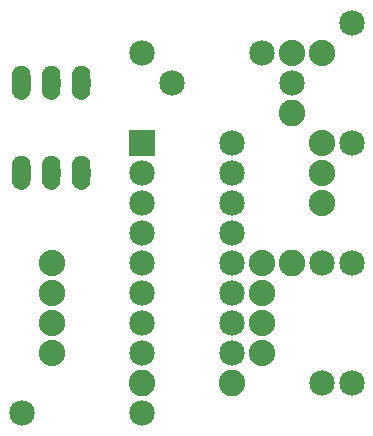
<source format=gbs>
G04 MADE WITH FRITZING*
G04 WWW.FRITZING.ORG*
G04 DOUBLE SIDED*
G04 HOLES PLATED*
G04 CONTOUR ON CENTER OF CONTOUR VECTOR*
%ASAXBY*%
%FSLAX23Y23*%
%MOIN*%
%OFA0B0*%
%SFA1.0B1.0*%
%ADD10C,0.088000*%
%ADD11C,0.085000*%
%ADD12C,0.062000*%
%ADD13C,0.088740*%
%ADD14R,0.085000X0.085000*%
%ADD15R,0.001000X0.001000*%
%LNMASK0*%
G90*
G70*
G54D10*
X1118Y888D03*
X1118Y988D03*
X1118Y1088D03*
X918Y388D03*
X918Y488D03*
X918Y588D03*
X918Y688D03*
X218Y388D03*
X218Y488D03*
X218Y588D03*
X218Y688D03*
G54D11*
X1218Y1088D03*
X1218Y1488D03*
X1218Y688D03*
X1218Y288D03*
X1118Y688D03*
X1118Y288D03*
G54D12*
X118Y988D03*
X218Y988D03*
X218Y1288D03*
X118Y1288D03*
X218Y988D03*
X318Y988D03*
X318Y1288D03*
X218Y1288D03*
G54D11*
X518Y1388D03*
X918Y1388D03*
X618Y1288D03*
X1018Y1288D03*
X118Y188D03*
X518Y188D03*
G54D10*
X1018Y1388D03*
X1118Y1388D03*
G54D13*
X818Y288D03*
X518Y288D03*
X1018Y1188D03*
X1018Y688D03*
G54D11*
X518Y1088D03*
X818Y1088D03*
X518Y988D03*
X818Y988D03*
X518Y888D03*
X818Y888D03*
X518Y788D03*
X818Y788D03*
X518Y688D03*
X818Y688D03*
X518Y588D03*
X818Y588D03*
X518Y488D03*
X818Y488D03*
X518Y388D03*
X818Y388D03*
G54D14*
X518Y1088D03*
G54D15*
X111Y1345D02*
X123Y1345D01*
X211Y1345D02*
X223Y1345D01*
X311Y1345D02*
X323Y1345D01*
X108Y1344D02*
X126Y1344D01*
X208Y1344D02*
X226Y1344D01*
X308Y1344D02*
X326Y1344D01*
X105Y1343D02*
X129Y1343D01*
X205Y1343D02*
X229Y1343D01*
X305Y1343D02*
X329Y1343D01*
X103Y1342D02*
X131Y1342D01*
X203Y1342D02*
X231Y1342D01*
X303Y1342D02*
X331Y1342D01*
X101Y1341D02*
X133Y1341D01*
X201Y1341D02*
X233Y1341D01*
X301Y1341D02*
X333Y1341D01*
X100Y1340D02*
X134Y1340D01*
X200Y1340D02*
X234Y1340D01*
X300Y1340D02*
X334Y1340D01*
X98Y1339D02*
X136Y1339D01*
X198Y1339D02*
X236Y1339D01*
X298Y1339D02*
X336Y1339D01*
X97Y1338D02*
X137Y1338D01*
X197Y1338D02*
X237Y1338D01*
X297Y1338D02*
X337Y1338D01*
X96Y1337D02*
X138Y1337D01*
X196Y1337D02*
X238Y1337D01*
X296Y1337D02*
X338Y1337D01*
X95Y1336D02*
X139Y1336D01*
X195Y1336D02*
X239Y1336D01*
X295Y1336D02*
X339Y1336D01*
X94Y1335D02*
X140Y1335D01*
X194Y1335D02*
X240Y1335D01*
X294Y1335D02*
X340Y1335D01*
X93Y1334D02*
X141Y1334D01*
X193Y1334D02*
X241Y1334D01*
X293Y1334D02*
X341Y1334D01*
X93Y1333D02*
X141Y1333D01*
X193Y1333D02*
X241Y1333D01*
X293Y1333D02*
X341Y1333D01*
X92Y1332D02*
X142Y1332D01*
X192Y1332D02*
X242Y1332D01*
X292Y1332D02*
X342Y1332D01*
X91Y1331D02*
X143Y1331D01*
X191Y1331D02*
X243Y1331D01*
X291Y1331D02*
X343Y1331D01*
X91Y1330D02*
X143Y1330D01*
X191Y1330D02*
X243Y1330D01*
X291Y1330D02*
X343Y1330D01*
X90Y1329D02*
X144Y1329D01*
X190Y1329D02*
X244Y1329D01*
X290Y1329D02*
X344Y1329D01*
X90Y1328D02*
X144Y1328D01*
X190Y1328D02*
X244Y1328D01*
X290Y1328D02*
X344Y1328D01*
X89Y1327D02*
X145Y1327D01*
X189Y1327D02*
X245Y1327D01*
X289Y1327D02*
X345Y1327D01*
X89Y1326D02*
X145Y1326D01*
X189Y1326D02*
X245Y1326D01*
X289Y1326D02*
X345Y1326D01*
X88Y1325D02*
X146Y1325D01*
X188Y1325D02*
X246Y1325D01*
X288Y1325D02*
X346Y1325D01*
X88Y1324D02*
X146Y1324D01*
X188Y1324D02*
X246Y1324D01*
X288Y1324D02*
X346Y1324D01*
X88Y1323D02*
X146Y1323D01*
X188Y1323D02*
X246Y1323D01*
X288Y1323D02*
X346Y1323D01*
X87Y1322D02*
X147Y1322D01*
X187Y1322D02*
X247Y1322D01*
X287Y1322D02*
X346Y1322D01*
X87Y1321D02*
X147Y1321D01*
X187Y1321D02*
X247Y1321D01*
X287Y1321D02*
X347Y1321D01*
X87Y1320D02*
X147Y1320D01*
X187Y1320D02*
X247Y1320D01*
X287Y1320D02*
X347Y1320D01*
X87Y1319D02*
X147Y1319D01*
X187Y1319D02*
X247Y1319D01*
X287Y1319D02*
X347Y1319D01*
X87Y1318D02*
X147Y1318D01*
X187Y1318D02*
X247Y1318D01*
X287Y1318D02*
X347Y1318D01*
X87Y1317D02*
X147Y1317D01*
X187Y1317D02*
X247Y1317D01*
X287Y1317D02*
X347Y1317D01*
X87Y1316D02*
X147Y1316D01*
X187Y1316D02*
X247Y1316D01*
X287Y1316D02*
X347Y1316D01*
X87Y1315D02*
X147Y1315D01*
X187Y1315D02*
X247Y1315D01*
X286Y1315D02*
X347Y1315D01*
X87Y1314D02*
X148Y1314D01*
X186Y1314D02*
X247Y1314D01*
X286Y1314D02*
X347Y1314D01*
X87Y1313D02*
X148Y1313D01*
X186Y1313D02*
X247Y1313D01*
X286Y1313D02*
X347Y1313D01*
X87Y1312D02*
X148Y1312D01*
X186Y1312D02*
X247Y1312D01*
X286Y1312D02*
X347Y1312D01*
X87Y1311D02*
X148Y1311D01*
X186Y1311D02*
X247Y1311D01*
X286Y1311D02*
X347Y1311D01*
X87Y1310D02*
X148Y1310D01*
X186Y1310D02*
X247Y1310D01*
X286Y1310D02*
X347Y1310D01*
X87Y1309D02*
X148Y1309D01*
X186Y1309D02*
X247Y1309D01*
X286Y1309D02*
X347Y1309D01*
X87Y1308D02*
X148Y1308D01*
X186Y1308D02*
X247Y1308D01*
X286Y1308D02*
X347Y1308D01*
X87Y1307D02*
X148Y1307D01*
X186Y1307D02*
X247Y1307D01*
X286Y1307D02*
X347Y1307D01*
X87Y1306D02*
X148Y1306D01*
X186Y1306D02*
X247Y1306D01*
X286Y1306D02*
X347Y1306D01*
X87Y1305D02*
X148Y1305D01*
X186Y1305D02*
X247Y1305D01*
X286Y1305D02*
X347Y1305D01*
X87Y1304D02*
X148Y1304D01*
X186Y1304D02*
X247Y1304D01*
X286Y1304D02*
X347Y1304D01*
X87Y1303D02*
X148Y1303D01*
X186Y1303D02*
X247Y1303D01*
X286Y1303D02*
X347Y1303D01*
X87Y1302D02*
X148Y1302D01*
X186Y1302D02*
X247Y1302D01*
X286Y1302D02*
X347Y1302D01*
X87Y1301D02*
X148Y1301D01*
X186Y1301D02*
X247Y1301D01*
X286Y1301D02*
X347Y1301D01*
X87Y1300D02*
X148Y1300D01*
X186Y1300D02*
X247Y1300D01*
X286Y1300D02*
X347Y1300D01*
X87Y1299D02*
X112Y1299D01*
X122Y1299D02*
X148Y1299D01*
X186Y1299D02*
X212Y1299D01*
X222Y1299D02*
X247Y1299D01*
X286Y1299D02*
X312Y1299D01*
X322Y1299D02*
X347Y1299D01*
X87Y1298D02*
X111Y1298D01*
X123Y1298D02*
X148Y1298D01*
X186Y1298D02*
X211Y1298D01*
X223Y1298D02*
X247Y1298D01*
X286Y1298D02*
X311Y1298D01*
X323Y1298D02*
X347Y1298D01*
X87Y1297D02*
X109Y1297D01*
X125Y1297D02*
X148Y1297D01*
X186Y1297D02*
X209Y1297D01*
X225Y1297D02*
X247Y1297D01*
X286Y1297D02*
X309Y1297D01*
X325Y1297D02*
X347Y1297D01*
X87Y1296D02*
X108Y1296D01*
X126Y1296D02*
X148Y1296D01*
X186Y1296D02*
X208Y1296D01*
X226Y1296D02*
X247Y1296D01*
X286Y1296D02*
X308Y1296D01*
X326Y1296D02*
X347Y1296D01*
X87Y1295D02*
X107Y1295D01*
X127Y1295D02*
X148Y1295D01*
X186Y1295D02*
X207Y1295D01*
X227Y1295D02*
X247Y1295D01*
X286Y1295D02*
X307Y1295D01*
X327Y1295D02*
X347Y1295D01*
X87Y1294D02*
X107Y1294D01*
X127Y1294D02*
X148Y1294D01*
X186Y1294D02*
X207Y1294D01*
X227Y1294D02*
X247Y1294D01*
X286Y1294D02*
X307Y1294D01*
X327Y1294D02*
X347Y1294D01*
X87Y1293D02*
X106Y1293D01*
X128Y1293D02*
X148Y1293D01*
X186Y1293D02*
X206Y1293D01*
X228Y1293D02*
X247Y1293D01*
X286Y1293D02*
X306Y1293D01*
X328Y1293D02*
X347Y1293D01*
X87Y1292D02*
X106Y1292D01*
X128Y1292D02*
X148Y1292D01*
X186Y1292D02*
X206Y1292D01*
X228Y1292D02*
X247Y1292D01*
X286Y1292D02*
X306Y1292D01*
X328Y1292D02*
X347Y1292D01*
X87Y1291D02*
X106Y1291D01*
X128Y1291D02*
X148Y1291D01*
X186Y1291D02*
X206Y1291D01*
X228Y1291D02*
X247Y1291D01*
X286Y1291D02*
X306Y1291D01*
X328Y1291D02*
X347Y1291D01*
X87Y1290D02*
X106Y1290D01*
X128Y1290D02*
X148Y1290D01*
X186Y1290D02*
X206Y1290D01*
X228Y1290D02*
X247Y1290D01*
X286Y1290D02*
X306Y1290D01*
X328Y1290D02*
X347Y1290D01*
X87Y1289D02*
X106Y1289D01*
X128Y1289D02*
X148Y1289D01*
X186Y1289D02*
X206Y1289D01*
X228Y1289D02*
X247Y1289D01*
X286Y1289D02*
X305Y1289D01*
X328Y1289D02*
X347Y1289D01*
X87Y1288D02*
X106Y1288D01*
X128Y1288D02*
X148Y1288D01*
X186Y1288D02*
X206Y1288D01*
X228Y1288D02*
X247Y1288D01*
X286Y1288D02*
X306Y1288D01*
X328Y1288D02*
X347Y1288D01*
X87Y1287D02*
X106Y1287D01*
X128Y1287D02*
X148Y1287D01*
X186Y1287D02*
X206Y1287D01*
X228Y1287D02*
X247Y1287D01*
X286Y1287D02*
X306Y1287D01*
X328Y1287D02*
X347Y1287D01*
X87Y1286D02*
X106Y1286D01*
X128Y1286D02*
X148Y1286D01*
X186Y1286D02*
X206Y1286D01*
X228Y1286D02*
X247Y1286D01*
X286Y1286D02*
X306Y1286D01*
X328Y1286D02*
X347Y1286D01*
X87Y1285D02*
X106Y1285D01*
X128Y1285D02*
X148Y1285D01*
X186Y1285D02*
X206Y1285D01*
X228Y1285D02*
X247Y1285D01*
X286Y1285D02*
X306Y1285D01*
X328Y1285D02*
X347Y1285D01*
X87Y1284D02*
X107Y1284D01*
X127Y1284D02*
X148Y1284D01*
X186Y1284D02*
X207Y1284D01*
X227Y1284D02*
X247Y1284D01*
X286Y1284D02*
X306Y1284D01*
X327Y1284D02*
X347Y1284D01*
X87Y1283D02*
X107Y1283D01*
X127Y1283D02*
X148Y1283D01*
X186Y1283D02*
X207Y1283D01*
X227Y1283D02*
X247Y1283D01*
X286Y1283D02*
X307Y1283D01*
X327Y1283D02*
X347Y1283D01*
X87Y1282D02*
X108Y1282D01*
X126Y1282D02*
X148Y1282D01*
X186Y1282D02*
X208Y1282D01*
X226Y1282D02*
X247Y1282D01*
X286Y1282D02*
X308Y1282D01*
X326Y1282D02*
X347Y1282D01*
X87Y1281D02*
X109Y1281D01*
X125Y1281D02*
X148Y1281D01*
X186Y1281D02*
X209Y1281D01*
X225Y1281D02*
X247Y1281D01*
X286Y1281D02*
X309Y1281D01*
X325Y1281D02*
X347Y1281D01*
X87Y1280D02*
X110Y1280D01*
X124Y1280D02*
X148Y1280D01*
X186Y1280D02*
X210Y1280D01*
X224Y1280D02*
X247Y1280D01*
X286Y1280D02*
X310Y1280D01*
X324Y1280D02*
X347Y1280D01*
X87Y1279D02*
X111Y1279D01*
X123Y1279D02*
X148Y1279D01*
X186Y1279D02*
X211Y1279D01*
X223Y1279D02*
X247Y1279D01*
X286Y1279D02*
X311Y1279D01*
X323Y1279D02*
X347Y1279D01*
X87Y1278D02*
X114Y1278D01*
X120Y1278D02*
X148Y1278D01*
X186Y1278D02*
X214Y1278D01*
X220Y1278D02*
X247Y1278D01*
X286Y1278D02*
X314Y1278D01*
X320Y1278D02*
X347Y1278D01*
X87Y1277D02*
X148Y1277D01*
X186Y1277D02*
X247Y1277D01*
X286Y1277D02*
X347Y1277D01*
X87Y1276D02*
X148Y1276D01*
X186Y1276D02*
X247Y1276D01*
X286Y1276D02*
X347Y1276D01*
X87Y1275D02*
X148Y1275D01*
X186Y1275D02*
X247Y1275D01*
X286Y1275D02*
X347Y1275D01*
X87Y1274D02*
X148Y1274D01*
X186Y1274D02*
X247Y1274D01*
X286Y1274D02*
X347Y1274D01*
X87Y1273D02*
X148Y1273D01*
X186Y1273D02*
X247Y1273D01*
X286Y1273D02*
X347Y1273D01*
X87Y1272D02*
X148Y1272D01*
X186Y1272D02*
X247Y1272D01*
X286Y1272D02*
X347Y1272D01*
X87Y1271D02*
X148Y1271D01*
X186Y1271D02*
X247Y1271D01*
X286Y1271D02*
X347Y1271D01*
X87Y1270D02*
X148Y1270D01*
X186Y1270D02*
X247Y1270D01*
X286Y1270D02*
X347Y1270D01*
X87Y1269D02*
X148Y1269D01*
X186Y1269D02*
X247Y1269D01*
X286Y1269D02*
X347Y1269D01*
X87Y1268D02*
X148Y1268D01*
X186Y1268D02*
X247Y1268D01*
X286Y1268D02*
X347Y1268D01*
X87Y1267D02*
X148Y1267D01*
X186Y1267D02*
X247Y1267D01*
X286Y1267D02*
X347Y1267D01*
X87Y1266D02*
X148Y1266D01*
X186Y1266D02*
X247Y1266D01*
X286Y1266D02*
X347Y1266D01*
X87Y1265D02*
X148Y1265D01*
X186Y1265D02*
X247Y1265D01*
X286Y1265D02*
X347Y1265D01*
X87Y1264D02*
X148Y1264D01*
X186Y1264D02*
X247Y1264D01*
X286Y1264D02*
X347Y1264D01*
X87Y1263D02*
X148Y1263D01*
X186Y1263D02*
X247Y1263D01*
X286Y1263D02*
X347Y1263D01*
X87Y1262D02*
X147Y1262D01*
X187Y1262D02*
X247Y1262D01*
X287Y1262D02*
X347Y1262D01*
X87Y1261D02*
X147Y1261D01*
X187Y1261D02*
X247Y1261D01*
X287Y1261D02*
X347Y1261D01*
X87Y1260D02*
X147Y1260D01*
X187Y1260D02*
X247Y1260D01*
X287Y1260D02*
X347Y1260D01*
X87Y1259D02*
X147Y1259D01*
X187Y1259D02*
X247Y1259D01*
X287Y1259D02*
X347Y1259D01*
X87Y1258D02*
X147Y1258D01*
X187Y1258D02*
X247Y1258D01*
X287Y1258D02*
X347Y1258D01*
X87Y1257D02*
X147Y1257D01*
X187Y1257D02*
X247Y1257D01*
X287Y1257D02*
X347Y1257D01*
X87Y1256D02*
X147Y1256D01*
X187Y1256D02*
X247Y1256D01*
X287Y1256D02*
X347Y1256D01*
X88Y1255D02*
X146Y1255D01*
X188Y1255D02*
X246Y1255D01*
X288Y1255D02*
X346Y1255D01*
X88Y1254D02*
X146Y1254D01*
X188Y1254D02*
X246Y1254D01*
X288Y1254D02*
X346Y1254D01*
X88Y1253D02*
X146Y1253D01*
X188Y1253D02*
X246Y1253D01*
X288Y1253D02*
X346Y1253D01*
X89Y1252D02*
X145Y1252D01*
X189Y1252D02*
X245Y1252D01*
X289Y1252D02*
X345Y1252D01*
X89Y1251D02*
X145Y1251D01*
X189Y1251D02*
X245Y1251D01*
X289Y1251D02*
X345Y1251D01*
X89Y1250D02*
X145Y1250D01*
X189Y1250D02*
X245Y1250D01*
X289Y1250D02*
X345Y1250D01*
X90Y1249D02*
X144Y1249D01*
X190Y1249D02*
X244Y1249D01*
X290Y1249D02*
X344Y1249D01*
X90Y1248D02*
X144Y1248D01*
X190Y1248D02*
X244Y1248D01*
X290Y1248D02*
X344Y1248D01*
X91Y1247D02*
X143Y1247D01*
X191Y1247D02*
X243Y1247D01*
X291Y1247D02*
X343Y1247D01*
X92Y1246D02*
X143Y1246D01*
X191Y1246D02*
X242Y1246D01*
X291Y1246D02*
X342Y1246D01*
X92Y1245D02*
X142Y1245D01*
X192Y1245D02*
X242Y1245D01*
X292Y1245D02*
X342Y1245D01*
X93Y1244D02*
X141Y1244D01*
X193Y1244D02*
X241Y1244D01*
X293Y1244D02*
X341Y1244D01*
X94Y1243D02*
X140Y1243D01*
X194Y1243D02*
X240Y1243D01*
X294Y1243D02*
X340Y1243D01*
X95Y1242D02*
X139Y1242D01*
X195Y1242D02*
X239Y1242D01*
X294Y1242D02*
X339Y1242D01*
X95Y1241D02*
X139Y1241D01*
X195Y1241D02*
X239Y1241D01*
X295Y1241D02*
X339Y1241D01*
X97Y1240D02*
X138Y1240D01*
X196Y1240D02*
X237Y1240D01*
X296Y1240D02*
X337Y1240D01*
X98Y1239D02*
X136Y1239D01*
X198Y1239D02*
X236Y1239D01*
X298Y1239D02*
X336Y1239D01*
X99Y1238D02*
X135Y1238D01*
X199Y1238D02*
X235Y1238D01*
X299Y1238D02*
X335Y1238D01*
X100Y1237D02*
X134Y1237D01*
X200Y1237D02*
X234Y1237D01*
X300Y1237D02*
X334Y1237D01*
X102Y1236D02*
X132Y1236D01*
X202Y1236D02*
X232Y1236D01*
X302Y1236D02*
X332Y1236D01*
X104Y1235D02*
X130Y1235D01*
X204Y1235D02*
X230Y1235D01*
X304Y1235D02*
X330Y1235D01*
X106Y1234D02*
X128Y1234D01*
X206Y1234D02*
X228Y1234D01*
X306Y1234D02*
X328Y1234D01*
X109Y1233D02*
X125Y1233D01*
X209Y1233D02*
X225Y1233D01*
X309Y1233D02*
X325Y1233D01*
X114Y1232D02*
X120Y1232D01*
X214Y1232D02*
X220Y1232D01*
X314Y1232D02*
X320Y1232D01*
X111Y1045D02*
X123Y1045D01*
X211Y1045D02*
X223Y1045D01*
X311Y1045D02*
X323Y1045D01*
X107Y1044D02*
X127Y1044D01*
X207Y1044D02*
X227Y1044D01*
X307Y1044D02*
X327Y1044D01*
X105Y1043D02*
X129Y1043D01*
X205Y1043D02*
X229Y1043D01*
X305Y1043D02*
X329Y1043D01*
X103Y1042D02*
X131Y1042D01*
X203Y1042D02*
X231Y1042D01*
X303Y1042D02*
X331Y1042D01*
X101Y1041D02*
X133Y1041D01*
X201Y1041D02*
X233Y1041D01*
X301Y1041D02*
X333Y1041D01*
X100Y1040D02*
X134Y1040D01*
X200Y1040D02*
X234Y1040D01*
X300Y1040D02*
X334Y1040D01*
X98Y1039D02*
X136Y1039D01*
X198Y1039D02*
X236Y1039D01*
X298Y1039D02*
X336Y1039D01*
X97Y1038D02*
X137Y1038D01*
X197Y1038D02*
X237Y1038D01*
X297Y1038D02*
X337Y1038D01*
X96Y1037D02*
X138Y1037D01*
X196Y1037D02*
X238Y1037D01*
X296Y1037D02*
X338Y1037D01*
X95Y1036D02*
X139Y1036D01*
X195Y1036D02*
X239Y1036D01*
X295Y1036D02*
X339Y1036D01*
X94Y1035D02*
X140Y1035D01*
X194Y1035D02*
X240Y1035D01*
X294Y1035D02*
X340Y1035D01*
X93Y1034D02*
X141Y1034D01*
X193Y1034D02*
X241Y1034D01*
X293Y1034D02*
X341Y1034D01*
X92Y1033D02*
X142Y1033D01*
X192Y1033D02*
X242Y1033D01*
X292Y1033D02*
X341Y1033D01*
X92Y1032D02*
X142Y1032D01*
X192Y1032D02*
X242Y1032D01*
X292Y1032D02*
X342Y1032D01*
X91Y1031D02*
X143Y1031D01*
X191Y1031D02*
X243Y1031D01*
X291Y1031D02*
X343Y1031D01*
X91Y1030D02*
X143Y1030D01*
X191Y1030D02*
X243Y1030D01*
X291Y1030D02*
X343Y1030D01*
X90Y1029D02*
X144Y1029D01*
X190Y1029D02*
X244Y1029D01*
X290Y1029D02*
X344Y1029D01*
X90Y1028D02*
X144Y1028D01*
X190Y1028D02*
X244Y1028D01*
X290Y1028D02*
X344Y1028D01*
X89Y1027D02*
X145Y1027D01*
X189Y1027D02*
X245Y1027D01*
X289Y1027D02*
X345Y1027D01*
X89Y1026D02*
X145Y1026D01*
X189Y1026D02*
X245Y1026D01*
X289Y1026D02*
X345Y1026D01*
X88Y1025D02*
X146Y1025D01*
X188Y1025D02*
X246Y1025D01*
X288Y1025D02*
X346Y1025D01*
X88Y1024D02*
X146Y1024D01*
X188Y1024D02*
X246Y1024D01*
X288Y1024D02*
X346Y1024D01*
X88Y1023D02*
X146Y1023D01*
X188Y1023D02*
X246Y1023D01*
X288Y1023D02*
X346Y1023D01*
X87Y1022D02*
X147Y1022D01*
X187Y1022D02*
X247Y1022D01*
X287Y1022D02*
X347Y1022D01*
X87Y1021D02*
X147Y1021D01*
X187Y1021D02*
X247Y1021D01*
X287Y1021D02*
X347Y1021D01*
X87Y1020D02*
X147Y1020D01*
X187Y1020D02*
X247Y1020D01*
X287Y1020D02*
X347Y1020D01*
X87Y1019D02*
X147Y1019D01*
X187Y1019D02*
X247Y1019D01*
X287Y1019D02*
X347Y1019D01*
X87Y1018D02*
X147Y1018D01*
X187Y1018D02*
X247Y1018D01*
X287Y1018D02*
X347Y1018D01*
X87Y1017D02*
X147Y1017D01*
X187Y1017D02*
X247Y1017D01*
X287Y1017D02*
X347Y1017D01*
X87Y1016D02*
X147Y1016D01*
X187Y1016D02*
X247Y1016D01*
X287Y1016D02*
X347Y1016D01*
X87Y1015D02*
X147Y1015D01*
X187Y1015D02*
X247Y1015D01*
X286Y1015D02*
X347Y1015D01*
X87Y1014D02*
X148Y1014D01*
X186Y1014D02*
X247Y1014D01*
X286Y1014D02*
X347Y1014D01*
X87Y1013D02*
X148Y1013D01*
X186Y1013D02*
X247Y1013D01*
X286Y1013D02*
X347Y1013D01*
X87Y1012D02*
X148Y1012D01*
X186Y1012D02*
X247Y1012D01*
X286Y1012D02*
X347Y1012D01*
X87Y1011D02*
X148Y1011D01*
X186Y1011D02*
X247Y1011D01*
X286Y1011D02*
X347Y1011D01*
X87Y1010D02*
X148Y1010D01*
X186Y1010D02*
X247Y1010D01*
X286Y1010D02*
X347Y1010D01*
X87Y1009D02*
X148Y1009D01*
X186Y1009D02*
X247Y1009D01*
X286Y1009D02*
X347Y1009D01*
X87Y1008D02*
X148Y1008D01*
X186Y1008D02*
X247Y1008D01*
X286Y1008D02*
X347Y1008D01*
X87Y1007D02*
X148Y1007D01*
X186Y1007D02*
X247Y1007D01*
X286Y1007D02*
X347Y1007D01*
X87Y1006D02*
X148Y1006D01*
X186Y1006D02*
X247Y1006D01*
X286Y1006D02*
X347Y1006D01*
X87Y1005D02*
X148Y1005D01*
X186Y1005D02*
X247Y1005D01*
X286Y1005D02*
X347Y1005D01*
X87Y1004D02*
X148Y1004D01*
X186Y1004D02*
X247Y1004D01*
X286Y1004D02*
X347Y1004D01*
X87Y1003D02*
X148Y1003D01*
X186Y1003D02*
X247Y1003D01*
X286Y1003D02*
X347Y1003D01*
X87Y1002D02*
X148Y1002D01*
X186Y1002D02*
X247Y1002D01*
X286Y1002D02*
X347Y1002D01*
X87Y1001D02*
X148Y1001D01*
X186Y1001D02*
X247Y1001D01*
X286Y1001D02*
X347Y1001D01*
X87Y1000D02*
X148Y1000D01*
X186Y1000D02*
X247Y1000D01*
X286Y1000D02*
X347Y1000D01*
X87Y999D02*
X112Y999D01*
X122Y999D02*
X148Y999D01*
X186Y999D02*
X212Y999D01*
X222Y999D02*
X247Y999D01*
X286Y999D02*
X312Y999D01*
X322Y999D02*
X347Y999D01*
X87Y998D02*
X110Y998D01*
X124Y998D02*
X148Y998D01*
X186Y998D02*
X210Y998D01*
X224Y998D02*
X247Y998D01*
X286Y998D02*
X310Y998D01*
X324Y998D02*
X347Y998D01*
X87Y997D02*
X109Y997D01*
X125Y997D02*
X148Y997D01*
X186Y997D02*
X209Y997D01*
X225Y997D02*
X247Y997D01*
X286Y997D02*
X309Y997D01*
X325Y997D02*
X347Y997D01*
X87Y996D02*
X108Y996D01*
X126Y996D02*
X148Y996D01*
X186Y996D02*
X208Y996D01*
X226Y996D02*
X247Y996D01*
X286Y996D02*
X308Y996D01*
X326Y996D02*
X347Y996D01*
X87Y995D02*
X107Y995D01*
X127Y995D02*
X148Y995D01*
X186Y995D02*
X207Y995D01*
X227Y995D02*
X247Y995D01*
X286Y995D02*
X307Y995D01*
X327Y995D02*
X347Y995D01*
X87Y994D02*
X107Y994D01*
X127Y994D02*
X148Y994D01*
X186Y994D02*
X207Y994D01*
X227Y994D02*
X247Y994D01*
X286Y994D02*
X307Y994D01*
X327Y994D02*
X347Y994D01*
X87Y993D02*
X106Y993D01*
X128Y993D02*
X148Y993D01*
X186Y993D02*
X206Y993D01*
X228Y993D02*
X247Y993D01*
X286Y993D02*
X306Y993D01*
X328Y993D02*
X347Y993D01*
X87Y992D02*
X106Y992D01*
X128Y992D02*
X148Y992D01*
X186Y992D02*
X206Y992D01*
X228Y992D02*
X247Y992D01*
X286Y992D02*
X306Y992D01*
X328Y992D02*
X347Y992D01*
X87Y991D02*
X106Y991D01*
X128Y991D02*
X148Y991D01*
X186Y991D02*
X206Y991D01*
X228Y991D02*
X247Y991D01*
X286Y991D02*
X306Y991D01*
X328Y991D02*
X347Y991D01*
X87Y990D02*
X106Y990D01*
X128Y990D02*
X148Y990D01*
X186Y990D02*
X206Y990D01*
X228Y990D02*
X247Y990D01*
X286Y990D02*
X306Y990D01*
X328Y990D02*
X347Y990D01*
X87Y989D02*
X106Y989D01*
X128Y989D02*
X148Y989D01*
X186Y989D02*
X206Y989D01*
X228Y989D02*
X247Y989D01*
X286Y989D02*
X305Y989D01*
X328Y989D02*
X347Y989D01*
X87Y988D02*
X106Y988D01*
X128Y988D02*
X148Y988D01*
X186Y988D02*
X206Y988D01*
X228Y988D02*
X247Y988D01*
X286Y988D02*
X306Y988D01*
X328Y988D02*
X347Y988D01*
X87Y987D02*
X106Y987D01*
X128Y987D02*
X148Y987D01*
X186Y987D02*
X206Y987D01*
X228Y987D02*
X247Y987D01*
X286Y987D02*
X306Y987D01*
X328Y987D02*
X347Y987D01*
X87Y986D02*
X106Y986D01*
X128Y986D02*
X148Y986D01*
X186Y986D02*
X206Y986D01*
X228Y986D02*
X247Y986D01*
X286Y986D02*
X306Y986D01*
X328Y986D02*
X347Y986D01*
X87Y985D02*
X106Y985D01*
X128Y985D02*
X148Y985D01*
X186Y985D02*
X206Y985D01*
X228Y985D02*
X247Y985D01*
X286Y985D02*
X306Y985D01*
X328Y985D02*
X347Y985D01*
X87Y984D02*
X107Y984D01*
X127Y984D02*
X148Y984D01*
X186Y984D02*
X207Y984D01*
X227Y984D02*
X247Y984D01*
X286Y984D02*
X307Y984D01*
X327Y984D02*
X347Y984D01*
X87Y983D02*
X107Y983D01*
X127Y983D02*
X148Y983D01*
X186Y983D02*
X207Y983D01*
X227Y983D02*
X247Y983D01*
X286Y983D02*
X307Y983D01*
X327Y983D02*
X347Y983D01*
X87Y982D02*
X108Y982D01*
X126Y982D02*
X148Y982D01*
X186Y982D02*
X208Y982D01*
X226Y982D02*
X247Y982D01*
X286Y982D02*
X308Y982D01*
X326Y982D02*
X347Y982D01*
X87Y981D02*
X109Y981D01*
X125Y981D02*
X148Y981D01*
X186Y981D02*
X209Y981D01*
X225Y981D02*
X247Y981D01*
X286Y981D02*
X309Y981D01*
X325Y981D02*
X347Y981D01*
X87Y980D02*
X110Y980D01*
X124Y980D02*
X148Y980D01*
X186Y980D02*
X210Y980D01*
X224Y980D02*
X247Y980D01*
X286Y980D02*
X310Y980D01*
X324Y980D02*
X347Y980D01*
X87Y979D02*
X112Y979D01*
X123Y979D02*
X148Y979D01*
X186Y979D02*
X211Y979D01*
X222Y979D02*
X247Y979D01*
X286Y979D02*
X311Y979D01*
X322Y979D02*
X347Y979D01*
X87Y978D02*
X115Y978D01*
X120Y978D02*
X148Y978D01*
X186Y978D02*
X214Y978D01*
X219Y978D02*
X247Y978D01*
X286Y978D02*
X314Y978D01*
X319Y978D02*
X347Y978D01*
X87Y977D02*
X148Y977D01*
X186Y977D02*
X247Y977D01*
X286Y977D02*
X347Y977D01*
X87Y976D02*
X148Y976D01*
X186Y976D02*
X247Y976D01*
X286Y976D02*
X347Y976D01*
X87Y975D02*
X148Y975D01*
X186Y975D02*
X247Y975D01*
X286Y975D02*
X347Y975D01*
X87Y974D02*
X148Y974D01*
X186Y974D02*
X247Y974D01*
X286Y974D02*
X347Y974D01*
X87Y973D02*
X148Y973D01*
X186Y973D02*
X247Y973D01*
X286Y973D02*
X347Y973D01*
X87Y972D02*
X148Y972D01*
X186Y972D02*
X247Y972D01*
X286Y972D02*
X347Y972D01*
X87Y971D02*
X148Y971D01*
X186Y971D02*
X247Y971D01*
X286Y971D02*
X347Y971D01*
X87Y970D02*
X148Y970D01*
X186Y970D02*
X247Y970D01*
X286Y970D02*
X347Y970D01*
X87Y969D02*
X148Y969D01*
X186Y969D02*
X247Y969D01*
X286Y969D02*
X347Y969D01*
X87Y968D02*
X148Y968D01*
X186Y968D02*
X247Y968D01*
X286Y968D02*
X347Y968D01*
X87Y967D02*
X148Y967D01*
X186Y967D02*
X247Y967D01*
X286Y967D02*
X347Y967D01*
X87Y966D02*
X148Y966D01*
X186Y966D02*
X247Y966D01*
X286Y966D02*
X347Y966D01*
X87Y965D02*
X148Y965D01*
X186Y965D02*
X247Y965D01*
X286Y965D02*
X347Y965D01*
X87Y964D02*
X148Y964D01*
X186Y964D02*
X247Y964D01*
X286Y964D02*
X347Y964D01*
X87Y963D02*
X148Y963D01*
X186Y963D02*
X247Y963D01*
X286Y963D02*
X347Y963D01*
X87Y962D02*
X147Y962D01*
X187Y962D02*
X247Y962D01*
X287Y962D02*
X347Y962D01*
X87Y961D02*
X147Y961D01*
X187Y961D02*
X247Y961D01*
X287Y961D02*
X347Y961D01*
X87Y960D02*
X147Y960D01*
X187Y960D02*
X247Y960D01*
X287Y960D02*
X347Y960D01*
X87Y959D02*
X147Y959D01*
X187Y959D02*
X247Y959D01*
X287Y959D02*
X347Y959D01*
X87Y958D02*
X147Y958D01*
X187Y958D02*
X247Y958D01*
X287Y958D02*
X347Y958D01*
X87Y957D02*
X147Y957D01*
X187Y957D02*
X247Y957D01*
X287Y957D02*
X347Y957D01*
X87Y956D02*
X147Y956D01*
X187Y956D02*
X247Y956D01*
X287Y956D02*
X347Y956D01*
X88Y955D02*
X146Y955D01*
X188Y955D02*
X246Y955D01*
X288Y955D02*
X346Y955D01*
X88Y954D02*
X146Y954D01*
X188Y954D02*
X246Y954D01*
X288Y954D02*
X346Y954D01*
X88Y953D02*
X146Y953D01*
X188Y953D02*
X246Y953D01*
X288Y953D02*
X346Y953D01*
X89Y952D02*
X145Y952D01*
X189Y952D02*
X245Y952D01*
X289Y952D02*
X345Y952D01*
X89Y951D02*
X145Y951D01*
X189Y951D02*
X245Y951D01*
X289Y951D02*
X345Y951D01*
X89Y950D02*
X145Y950D01*
X189Y950D02*
X245Y950D01*
X289Y950D02*
X345Y950D01*
X90Y949D02*
X144Y949D01*
X190Y949D02*
X244Y949D01*
X290Y949D02*
X344Y949D01*
X90Y948D02*
X144Y948D01*
X190Y948D02*
X244Y948D01*
X290Y948D02*
X344Y948D01*
X91Y947D02*
X143Y947D01*
X191Y947D02*
X243Y947D01*
X291Y947D02*
X343Y947D01*
X92Y946D02*
X142Y946D01*
X192Y946D02*
X242Y946D01*
X292Y946D02*
X342Y946D01*
X92Y945D02*
X142Y945D01*
X192Y945D02*
X242Y945D01*
X292Y945D02*
X342Y945D01*
X93Y944D02*
X141Y944D01*
X193Y944D02*
X241Y944D01*
X293Y944D02*
X341Y944D01*
X94Y943D02*
X140Y943D01*
X194Y943D02*
X240Y943D01*
X294Y943D02*
X340Y943D01*
X95Y942D02*
X139Y942D01*
X195Y942D02*
X239Y942D01*
X295Y942D02*
X339Y942D01*
X96Y941D02*
X138Y941D01*
X196Y941D02*
X238Y941D01*
X295Y941D02*
X338Y941D01*
X97Y940D02*
X137Y940D01*
X197Y940D02*
X237Y940D01*
X297Y940D02*
X337Y940D01*
X98Y939D02*
X136Y939D01*
X198Y939D02*
X236Y939D01*
X298Y939D02*
X336Y939D01*
X99Y938D02*
X135Y938D01*
X199Y938D02*
X235Y938D01*
X299Y938D02*
X335Y938D01*
X101Y937D02*
X133Y937D01*
X201Y937D02*
X233Y937D01*
X300Y937D02*
X333Y937D01*
X102Y936D02*
X132Y936D01*
X202Y936D02*
X232Y936D01*
X302Y936D02*
X332Y936D01*
X104Y935D02*
X130Y935D01*
X204Y935D02*
X230Y935D01*
X304Y935D02*
X330Y935D01*
X106Y934D02*
X128Y934D01*
X206Y934D02*
X228Y934D01*
X306Y934D02*
X327Y934D01*
X110Y933D02*
X124Y933D01*
X210Y933D02*
X224Y933D01*
X309Y933D02*
X324Y933D01*
X115Y932D02*
X119Y932D01*
X215Y932D02*
X219Y932D01*
X315Y932D02*
X319Y932D01*
D02*
G04 End of Mask0*
M02*
</source>
